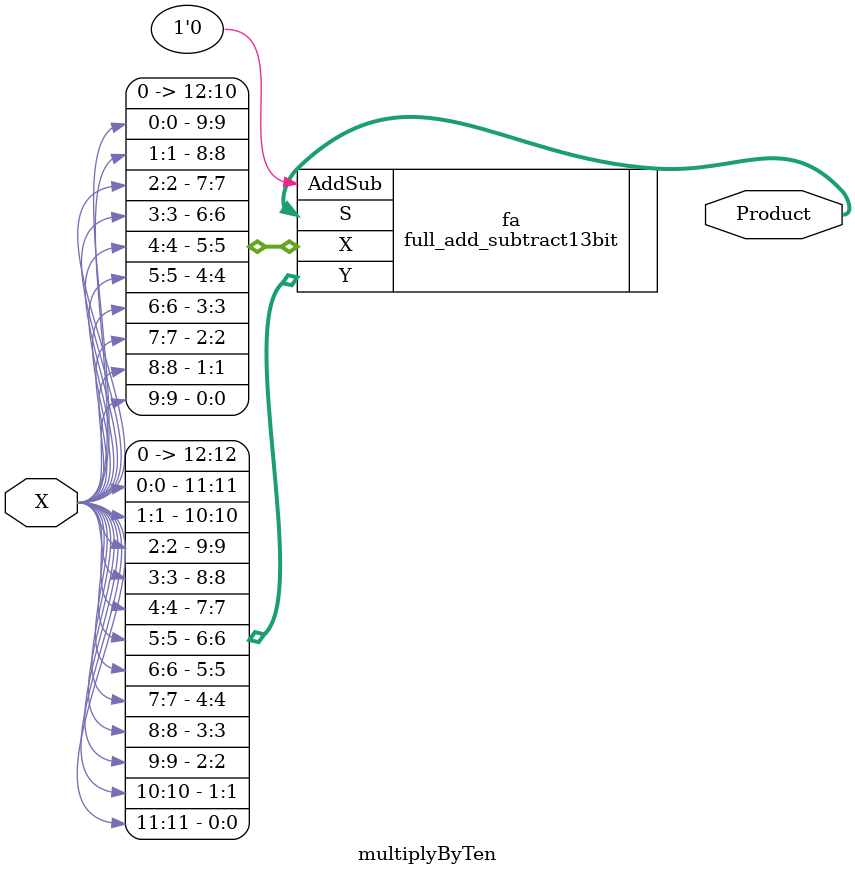
<source format=v>
`include "full_add_subtract13bit.v"

module multiplyByTen(X, Product);
  input [12:0] X;
  output [12:0] Product;

  // add x << 3 and x << 1 which is the same as X*2 + X*8 = 10X
  full_add_subtract13bit fa (.X({1'b0, 1'b0, 1'b0, X[0], X[1], X[2], X[3], X[4], X[5], X[6], X[7], X[8], X[9]}), .Y({1'b0, X[0], X[1], X[2], X[3], X[4], X[5], X[6], X[7], X[8], X[9], X[10], X[11]}), .AddSub(1'b0), .S(Product));

endmodule

</source>
